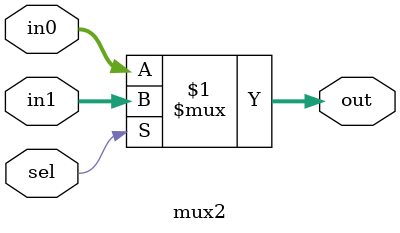
<source format=sv>
module mux2 #(parameter WIDTH=32)
(
    input logic sel,
    input logic [WIDTH-1:0] in0,
    input logic [WIDTH-1:0] in1,
    output logic [WIDTH-1:0] out
);

assign out = sel ? in1 : in0;

endmodule
</source>
